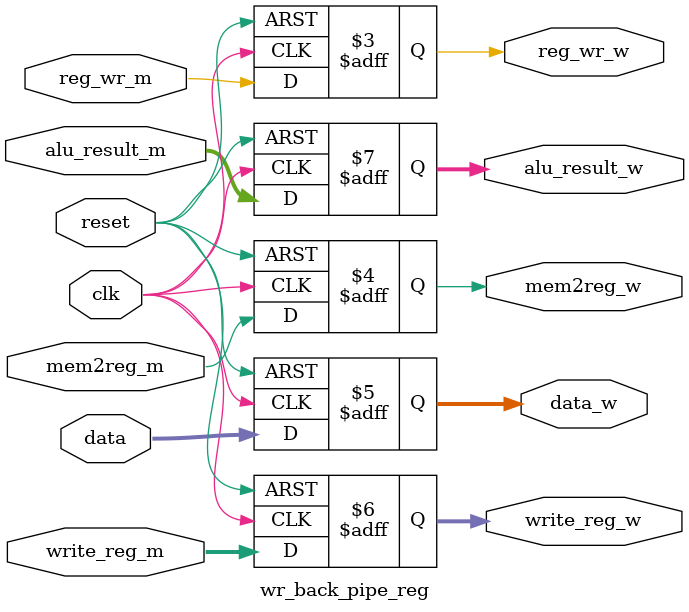
<source format=v>
module wr_back_pipe_reg 
#(parameter data_width=32,op_width=5)
(input clk ,
input reset ,
input reg_wr_m,
input mem2reg_m,
input [data_width-1:0] data, //output from data_memory 
input [op_width-1:0] write_reg_m,
input [data_width-1:0] alu_result_m ,
//----outputs ---
output reg reg_wr_w,
output reg mem2reg_w,
output reg [data_width-1:0] data_w,
output reg [op_width-1:0] write_reg_w,
output reg  [data_width-1:0] alu_result_w
);
always @ (posedge clk,negedge reset  )begin
    if (!reset )begin
 reg_wr_w<=1'b0;
mem2reg_w<=1'b0;
 data_w<={data_width{1'b0}};
write_reg_w<={op_width{1'b0}};
alu_result_w<={data_width{1'b0}};
    end
else begin
reg_wr_w<=reg_wr_m;
mem2reg_w<=mem2reg_m;
data_w<=data;
write_reg_w<=write_reg_m;
alu_result_w<=alu_result_m;
end
end
endmodule 
</source>
